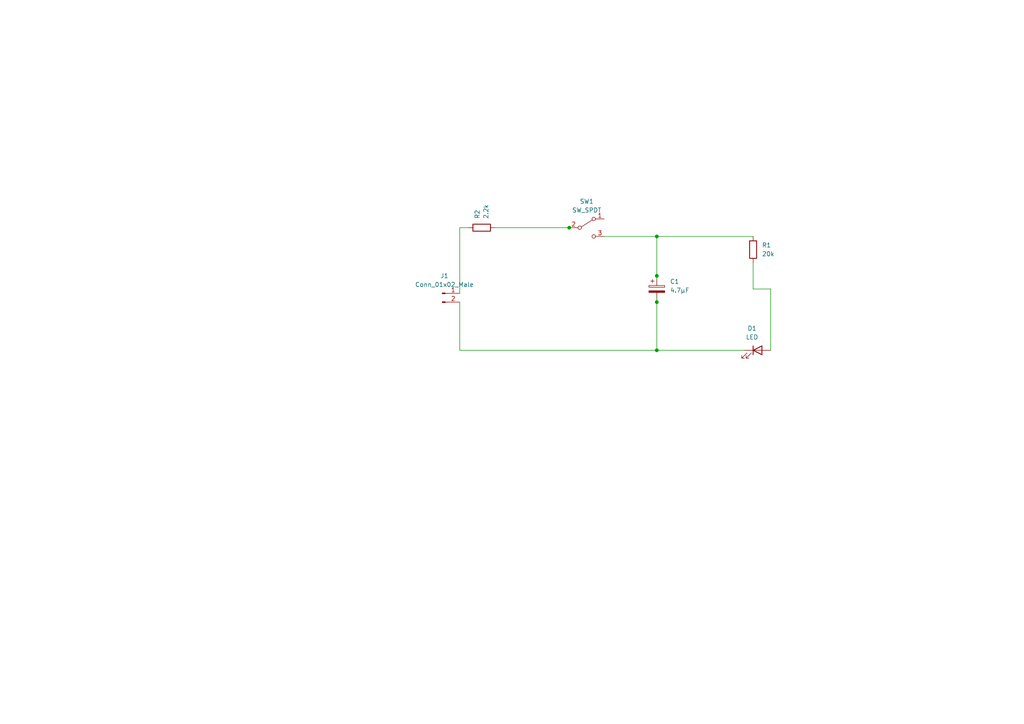
<source format=kicad_sch>
(kicad_sch (version 20211123) (generator eeschema)
  (paper "A4")
  (lib_symbols
    (symbol "Connector:Conn_01x02_Male" (pin_names (offset 1.016) hide)
      (property "Reference" "J" (at 0 2.54 0))
      (property "Value" "Conn_01x02_Male" (at 0 -5.08 0))
      (symbol "Conn_01x02_Male_1_1"
        (polyline (pts (xy 1.27 -2.54) (xy 0.8636 -2.54)) (stroke (width 0.1524)))
        (polyline (pts (xy 1.27 0) (xy 0.8636 0)) (stroke (width 0.1524)))
        (rectangle (start 0.8636 -2.413) (end 0 -2.667) (stroke (width 0.1524)) (fill (type outline)))
        (rectangle (start 0.8636 0.127) (end 0 -0.127) (stroke (width 0.1524)) (fill (type outline)))
        (pin passive line (at 5.08 0 180) (length 3.81) (name "Pin_1") (number "1"))
        (pin passive line (at 5.08 -2.54 180) (length 3.81) (name "Pin_2") (number "2"))
      )
    )
    (symbol "Device:C_Polarized" (pin_numbers hide) (pin_names (offset 0.254))
      (property "Reference" "C" (at 0.635 2.54 0))
      (property "Value" "C_Polarized" (at 0.635 -2.54 0))
      (symbol "C_Polarized_0_1"
        (rectangle (start -2.286 0.508) (end 2.286 1.016))
        (polyline (pts (xy -1.778 2.286) (xy -0.762 2.286)))
        (polyline (pts (xy -1.27 2.794) (xy -1.27 1.778)))
        (rectangle (start 2.286 -0.508) (end -2.286 -1.016) (fill (type outline)))
      )
      (symbol "C_Polarized_1_1"
        (pin passive line (at 0 3.81 270) (length 2.794) (name "~") (number "1"))
        (pin passive line (at 0 -3.81 90) (length 2.794) (name "~") (number "2"))
      )
    )
    (symbol "Device:LED" (pin_numbers hide) (pin_names (offset 1.016) hide)
      (property "Reference" "D" (at 0 2.54 0))
      (property "Value" "LED" (at 0 -2.54 0))
      (symbol "LED_0_1"
        (polyline (pts (xy -1.27 -1.27) (xy -1.27 1.27)) (stroke (width 0.254)))
        (polyline (pts (xy -1.27 0) (xy 1.27 0)))
        (polyline (pts (xy 1.27 -1.27) (xy 1.27 1.27) (xy -1.27 0) (xy 1.27 -1.27)) (stroke (width 0.254)))
        (polyline (pts (xy -3.048 -0.762) (xy -4.572 -2.286) (xy -3.81 -2.286) (xy -4.572 -2.286) (xy -4.572 -1.524)))
        (polyline (pts (xy -1.778 -0.762) (xy -3.302 -2.286) (xy -2.54 -2.286) (xy -3.302 -2.286) (xy -3.302 -1.524)))
      )
      (symbol "LED_1_1"
        (pin passive line (at -3.81 0 0) (length 2.54) (name "K") (number "1"))
        (pin passive line (at 3.81 0 180) (length 2.54) (name "A") (number "2"))
      )
    )
    (symbol "Device:R" (pin_numbers hide) (pin_names (offset 0))
      (property "Reference" "R" (at 2.032 0 90))
      (property "Value" "R" (at 0 0 90))
      (symbol "R_0_1"
        (rectangle (start -1.016 -2.54) (end 1.016 2.54) (stroke (width 0.254)))
      )
      (symbol "R_1_1"
        (pin passive line (at 0 3.81 270) (length 1.27) (name "~") (number "1"))
        (pin passive line (at 0 -3.81 90) (length 1.27) (name "~") (number "2"))
      )
    )
    (symbol "Switch:SW_SPDT" (pin_names (offset 0) hide)
      (property "Reference" "SW" (at 0 4.318 0))
      (property "Value" "SW_SPDT" (at 0 -5.08 0))
      (symbol "SW_SPDT_0_0"
        (circle (center -2.032 0) (radius 0.508))
        (circle (center 2.032 -2.54) (radius 0.508))
      )
      (symbol "SW_SPDT_0_1"
        (polyline (pts (xy -1.524 0.254) (xy 1.651 2.286)))
        (circle (center 2.032 2.54) (radius 0.508))
      )
      (symbol "SW_SPDT_1_1"
        (pin passive line (at 5.08 2.54 180) (length 2.54) (name "A") (number "1"))
        (pin passive line (at -5.08 0 0) (length 2.54) (name "B") (number "2"))
        (pin passive line (at 5.08 -2.54 180) (length 2.54) (name "C") (number "3"))
      )
    )
  )
  (junction (at 190.5 87.63))
  (junction (at 190.5 68.58))
  (junction (at 165.1 66.04))
  (junction (at 190.5 80.01))
  (junction (at 190.5 101.6))
  (wire (pts (xy 190.5 68.58) (xy 218.44 68.58)))
  (wire (pts (xy 218.44 76.2) (xy 218.44 83.82)))
  (wire (pts (xy 133.35 85.09) (xy 133.35 66.04)))
  (wire (pts (xy 133.35 66.04) (xy 135.89 66.04)))
  (wire (pts (xy 223.52 83.82) (xy 223.52 101.6)))
  (wire (pts (xy 165.1 66.04) (xy 166.37 66.04)))
  (wire (pts (xy 190.5 80.01) (xy 190.5 68.58)))
  (wire (pts (xy 190.5 101.6) (xy 215.9 101.6)))
  (wire (pts (xy 133.35 87.63) (xy 133.35 101.6)))
  (wire (pts (xy 190.5 81.28) (xy 190.5 80.01)))
  (wire (pts (xy 175.26 68.58) (xy 190.5 68.58)))
  (wire (pts (xy 218.44 83.82) (xy 223.52 83.82)))
  (wire (pts (xy 190.5 86.36) (xy 190.5 87.63)))
  (wire (pts (xy 133.35 101.6) (xy 190.5 101.6)))
  (wire (pts (xy 190.5 87.63) (xy 190.5 101.6)))
  (wire (pts (xy 143.51 66.04) (xy 165.1 66.04)))
  (symbol (lib_id "Device:C_Polarized") (at 190.5 83.82 0) (unit 1)
    (property "Reference" "C1" (at 194.31 81.6609 0) (effects (justify left)))
    (property "Value" "4.7µF" (at 194.31 84.2009 0) (effects (justify left)))
  )
  (symbol (lib_id "Device:R") (at 218.44 72.39 0) (unit 1)
    (property "Reference" "R1" (at 220.98 71.1199 0) (effects (justify left)))
    (property "Value" "20k" (at 220.98 73.6599 0) (effects (justify left)))
  )
  (symbol (lib_id "Switch:SW_SPDT") (at 170.18 66.04 0) (unit 1)
    (property "Reference" "SW1" (at 170.18 58.42 0))
    (property "Value" "SW_SPDT" (at 170.18 60.96 0))
  )
  (symbol (lib_id "Device:LED") (at 219.71 101.6 0) (unit 1)
    (property "Reference" "D1" (at 218.1225 95.25 0))
    (property "Value" "LED" (at 218.1225 97.79 0))
  )
  (symbol (lib_id "Connector:Conn_01x02_Male") (at 128.27 85.09 0) (unit 1)
    (property "Reference" "J1" (at 128.905 80.01 0))
    (property "Value" "Conn_01x02_Male" (at 128.905 82.55 0))
  )
  (symbol (lib_id "Device:R") (at 139.7 66.04 90) (unit 1)
    (property "Reference" "R2" (at 138.4299 63.5 0) (effects (justify left)))
    (property "Value" "2.2k" (at 140.9699 63.5 0) (effects (justify left)))
  )
)
</source>
